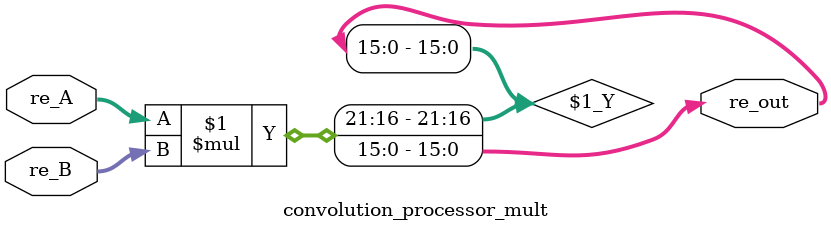
<source format=sv>
/******************************************************************
* Description
*
* This module performs the multiplication of two parameterizable registers
*
*
* Author: Mateo Martinez
* email : emms1408@gmail.com	
* Date  : 01/05/2024
	      DD/MM/YYYY	
******************************************************************/
module convolution_processor_mult
#(
   parameter DATA_WIDTH = 22)
(
	input  logic [DATA_WIDTH-1 : 0] re_A,
	input  logic [DATA_WIDTH-1 : 0] re_B,
    	output logic [15 : 0] re_out
);
	
	assign re_out = re_A * re_B;
endmodule

</source>
